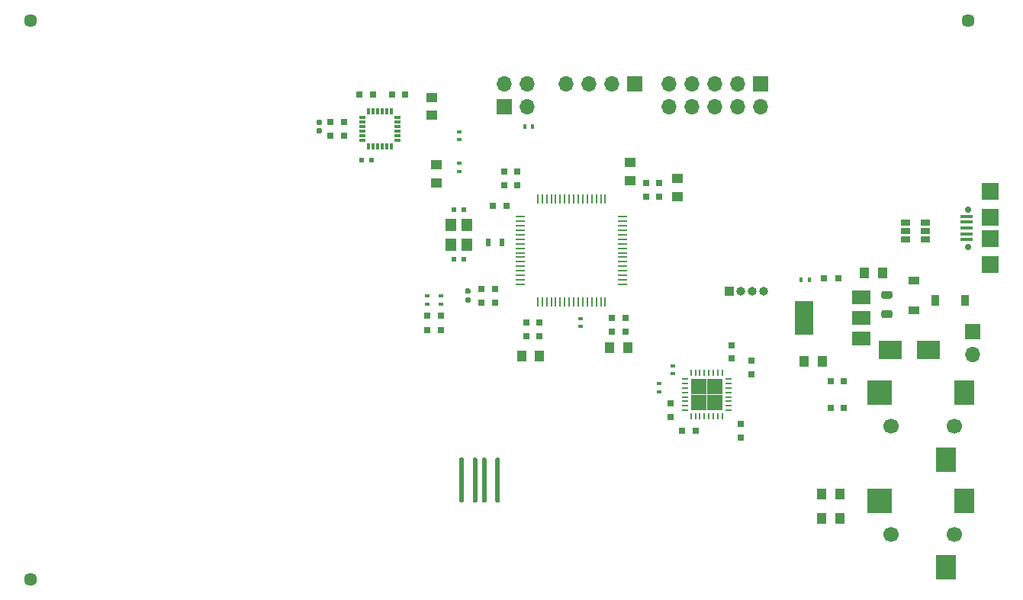
<source format=gbr>
%TF.GenerationSoftware,KiCad,Pcbnew,(5.1.9-0-10_14)*%
%TF.CreationDate,2021-02-23T19:53:59+01:00*%
%TF.ProjectId,codec_breakot,636f6465-635f-4627-9265-616b6f742e6b,rev?*%
%TF.SameCoordinates,Original*%
%TF.FileFunction,Soldermask,Top*%
%TF.FilePolarity,Negative*%
%FSLAX46Y46*%
G04 Gerber Fmt 4.6, Leading zero omitted, Abs format (unit mm)*
G04 Created by KiCad (PCBNEW (5.1.9-0-10_14)) date 2021-02-23 19:53:59*
%MOMM*%
%LPD*%
G01*
G04 APERTURE LIST*
%ADD10C,1.448000*%
%ADD11R,0.300000X0.800000*%
%ADD12R,0.800000X0.300000*%
%ADD13C,0.700000*%
%ADD14R,1.350000X0.400000*%
%ADD15R,1.900000X1.900000*%
%ADD16R,1.000000X1.000000*%
%ADD17O,1.000000X1.000000*%
%ADD18R,1.250000X1.000000*%
%ADD19R,1.060000X0.650000*%
%ADD20R,1.700000X1.700000*%
%ADD21O,1.700000X1.700000*%
%ADD22R,0.750000X0.800000*%
%ADD23R,0.800000X0.750000*%
%ADD24R,2.000000X3.800000*%
%ADD25R,2.000000X1.500000*%
%ADD26R,1.000000X0.250000*%
%ADD27R,0.250000X1.000000*%
%ADD28R,0.500000X0.900000*%
%ADD29R,0.600000X0.400000*%
%ADD30R,0.400000X0.600000*%
%ADD31C,1.700000*%
%ADD32R,2.800000X2.800000*%
%ADD33R,2.200000X2.800000*%
%ADD34R,1.200000X1.400000*%
%ADD35R,2.650000X2.030000*%
%ADD36R,0.800000X0.800000*%
%ADD37R,1.200000X0.900000*%
%ADD38R,0.900000X1.200000*%
%ADD39R,0.600000X0.500000*%
%ADD40R,1.000000X1.250000*%
%ADD41R,0.700000X0.250000*%
%ADD42R,0.250000X0.700000*%
%ADD43R,1.725000X1.725000*%
G04 APERTURE END LIST*
D10*
%TO.C,TOOLING HOLE*%
X92000000Y-110000000D03*
%TD*%
%TO.C,TOOLING HOLE*%
X92000000Y-48000000D03*
%TD*%
%TO.C,TOOLING HOLE*%
X196000000Y-48000000D03*
%TD*%
D11*
%TO.C,U1*%
X132000000Y-61950000D03*
X131500000Y-61950000D03*
X131000000Y-61950000D03*
X130500000Y-61950000D03*
X130000000Y-61950000D03*
X129500000Y-61950000D03*
D12*
X128800000Y-61250000D03*
X128800000Y-60750000D03*
X128800000Y-60250000D03*
X128800000Y-59750000D03*
X128800000Y-59250000D03*
X128800000Y-58750000D03*
D11*
X129500000Y-58050000D03*
X130000000Y-58050000D03*
X130500000Y-58050000D03*
X131000000Y-58050000D03*
X131500000Y-58050000D03*
X132000000Y-58050000D03*
D12*
X132700000Y-58750000D03*
X132700000Y-59250000D03*
X132700000Y-59750000D03*
X132700000Y-60250000D03*
X132700000Y-60750000D03*
X132700000Y-61250000D03*
%TD*%
D13*
%TO.C,J5*%
X196050000Y-68925000D03*
D14*
X195825000Y-69700000D03*
X195825000Y-70350000D03*
X195825000Y-71000000D03*
X195825000Y-71650000D03*
D15*
X198500000Y-66950000D03*
X198500000Y-69800000D03*
X198500000Y-75050000D03*
X198500000Y-72200000D03*
D14*
X195825000Y-72300000D03*
D13*
X196050000Y-73075000D03*
%TD*%
D16*
%TO.C,J9*%
X169500000Y-78000000D03*
D17*
X170770000Y-78000000D03*
X172040000Y-78000000D03*
X173310000Y-78000000D03*
%TD*%
D18*
%TO.C,C35*%
X163750000Y-67500000D03*
X163750000Y-65500000D03*
%TD*%
%TO.C,C34*%
X137000000Y-66000000D03*
X137000000Y-64000000D03*
%TD*%
%TO.C,C33*%
X136500000Y-56500000D03*
X136500000Y-58500000D03*
%TD*%
D19*
%TO.C,U5*%
X191300000Y-72275000D03*
X191300000Y-71325000D03*
X191300000Y-70375000D03*
X189100000Y-70375000D03*
X189100000Y-72275000D03*
X189100000Y-71325000D03*
%TD*%
D20*
%TO.C,J6*%
X173000000Y-55000000D03*
D21*
X173000000Y-57540000D03*
X170460000Y-55000000D03*
X170460000Y-57540000D03*
X167920000Y-55000000D03*
X167920000Y-57540000D03*
X165380000Y-55000000D03*
X165380000Y-57540000D03*
X162840000Y-55000000D03*
X162840000Y-57540000D03*
%TD*%
%TO.C,L2*%
G36*
G01*
X124172500Y-59560000D02*
X123827500Y-59560000D01*
G75*
G02*
X123680000Y-59412500I0J147500D01*
G01*
X123680000Y-59117500D01*
G75*
G02*
X123827500Y-58970000I147500J0D01*
G01*
X124172500Y-58970000D01*
G75*
G02*
X124320000Y-59117500I0J-147500D01*
G01*
X124320000Y-59412500D01*
G75*
G02*
X124172500Y-59560000I-147500J0D01*
G01*
G37*
G36*
G01*
X124172500Y-60530000D02*
X123827500Y-60530000D01*
G75*
G02*
X123680000Y-60382500I0J147500D01*
G01*
X123680000Y-60087500D01*
G75*
G02*
X123827500Y-59940000I147500J0D01*
G01*
X124172500Y-59940000D01*
G75*
G02*
X124320000Y-60087500I0J-147500D01*
G01*
X124320000Y-60382500D01*
G75*
G02*
X124172500Y-60530000I-147500J0D01*
G01*
G37*
%TD*%
%TO.C,L1*%
G36*
G01*
X140672500Y-78310000D02*
X140327500Y-78310000D01*
G75*
G02*
X140180000Y-78162500I0J147500D01*
G01*
X140180000Y-77867500D01*
G75*
G02*
X140327500Y-77720000I147500J0D01*
G01*
X140672500Y-77720000D01*
G75*
G02*
X140820000Y-77867500I0J-147500D01*
G01*
X140820000Y-78162500D01*
G75*
G02*
X140672500Y-78310000I-147500J0D01*
G01*
G37*
G36*
G01*
X140672500Y-79280000D02*
X140327500Y-79280000D01*
G75*
G02*
X140180000Y-79132500I0J147500D01*
G01*
X140180000Y-78837500D01*
G75*
G02*
X140327500Y-78690000I147500J0D01*
G01*
X140672500Y-78690000D01*
G75*
G02*
X140820000Y-78837500I0J-147500D01*
G01*
X140820000Y-79132500D01*
G75*
G02*
X140672500Y-79280000I-147500J0D01*
G01*
G37*
%TD*%
D22*
%TO.C,C27*%
X163000000Y-90500000D03*
X163000000Y-92000000D03*
%TD*%
%TO.C,C26*%
X169750000Y-85500000D03*
X169750000Y-84000000D03*
%TD*%
D23*
%TO.C,C1*%
X133550000Y-56200000D03*
X132050000Y-56200000D03*
%TD*%
D24*
%TO.C,U3*%
X177850000Y-81000000D03*
D25*
X184150000Y-81000000D03*
X184150000Y-78700000D03*
X184150000Y-83300000D03*
%TD*%
D26*
%TO.C,U2*%
X146300000Y-69750000D03*
X146300000Y-70250000D03*
X146300000Y-70750000D03*
X146300000Y-71250000D03*
X146300000Y-71750000D03*
X146300000Y-72250000D03*
X146300000Y-72750000D03*
X146300000Y-73250000D03*
X146300000Y-73750000D03*
X146300000Y-74250000D03*
X146300000Y-74750000D03*
X146300000Y-75250000D03*
X146300000Y-75750000D03*
X146300000Y-76250000D03*
X146300000Y-76750000D03*
X146300000Y-77250000D03*
D27*
X148250000Y-79200000D03*
X148750000Y-79200000D03*
X149250000Y-79200000D03*
X149750000Y-79200000D03*
X150250000Y-79200000D03*
X150750000Y-79200000D03*
X151250000Y-79200000D03*
X151750000Y-79200000D03*
X152250000Y-79200000D03*
X152750000Y-79200000D03*
X153250000Y-79200000D03*
X153750000Y-79200000D03*
X154250000Y-79200000D03*
X154750000Y-79200000D03*
X155250000Y-79200000D03*
X155750000Y-79200000D03*
D26*
X157700000Y-77250000D03*
X157700000Y-76750000D03*
X157700000Y-76250000D03*
X157700000Y-75750000D03*
X157700000Y-75250000D03*
X157700000Y-74750000D03*
X157700000Y-74250000D03*
X157700000Y-73750000D03*
X157700000Y-73250000D03*
X157700000Y-72750000D03*
X157700000Y-72250000D03*
X157700000Y-71750000D03*
X157700000Y-71250000D03*
X157700000Y-70750000D03*
X157700000Y-70250000D03*
X157700000Y-69750000D03*
D27*
X155750000Y-67800000D03*
X155250000Y-67800000D03*
X154750000Y-67800000D03*
X154250000Y-67800000D03*
X153750000Y-67800000D03*
X153250000Y-67800000D03*
X152750000Y-67800000D03*
X152250000Y-67800000D03*
X151750000Y-67800000D03*
X151250000Y-67800000D03*
X150750000Y-67800000D03*
X150250000Y-67800000D03*
X149750000Y-67800000D03*
X149250000Y-67800000D03*
X148750000Y-67800000D03*
X148250000Y-67800000D03*
%TD*%
D28*
%TO.C,R10*%
X142750000Y-72600000D03*
X144250000Y-72600000D03*
%TD*%
D29*
%TO.C,R9*%
X161750000Y-89200000D03*
X161750000Y-88300000D03*
%TD*%
%TO.C,R8*%
X163250000Y-86300000D03*
X163250000Y-87200000D03*
%TD*%
D30*
%TO.C,R7*%
X177500000Y-76750000D03*
X178400000Y-76750000D03*
%TD*%
D29*
%TO.C,R6*%
X136000000Y-79450000D03*
X136000000Y-78550000D03*
%TD*%
%TO.C,R5*%
X137500000Y-79450000D03*
X137500000Y-78550000D03*
%TD*%
%TO.C,R4*%
X139500000Y-64700000D03*
X139500000Y-63800000D03*
%TD*%
%TO.C,R3*%
X139500000Y-60300000D03*
X139500000Y-61200000D03*
%TD*%
%TO.C,R2*%
X153000000Y-81950000D03*
X153000000Y-81050000D03*
%TD*%
D30*
%TO.C,R1*%
X147700000Y-59750000D03*
X146800000Y-59750000D03*
%TD*%
D31*
%TO.C,J8*%
X187500000Y-93000000D03*
X194500000Y-93000000D03*
D32*
X186200000Y-89300000D03*
D33*
X195600000Y-89300000D03*
X193600000Y-96700000D03*
%TD*%
D31*
%TO.C,J7*%
X187500000Y-105000000D03*
X194500000Y-105000000D03*
D32*
X186200000Y-101300000D03*
D33*
X195600000Y-101300000D03*
X193600000Y-108700000D03*
%TD*%
D20*
%TO.C,J4*%
X196500000Y-82500000D03*
D21*
X196500000Y-85040000D03*
%TD*%
%TO.C,J3*%
G36*
G01*
X142050000Y-101375000D02*
X142050000Y-96625000D01*
G75*
G02*
X142175000Y-96500000I125000J0D01*
G01*
X142425000Y-96500000D01*
G75*
G02*
X142550000Y-96625000I0J-125000D01*
G01*
X142550000Y-101375000D01*
G75*
G02*
X142425000Y-101500000I-125000J0D01*
G01*
X142175000Y-101500000D01*
G75*
G02*
X142050000Y-101375000I0J125000D01*
G01*
G37*
G36*
G01*
X141050000Y-101375000D02*
X141050000Y-96625000D01*
G75*
G02*
X141175000Y-96500000I125000J0D01*
G01*
X141425000Y-96500000D01*
G75*
G02*
X141550000Y-96625000I0J-125000D01*
G01*
X141550000Y-101375000D01*
G75*
G02*
X141425000Y-101500000I-125000J0D01*
G01*
X141175000Y-101500000D01*
G75*
G02*
X141050000Y-101375000I0J125000D01*
G01*
G37*
G36*
G01*
X139550000Y-101375000D02*
X139550000Y-96625000D01*
G75*
G02*
X139675000Y-96500000I125000J0D01*
G01*
X139925000Y-96500000D01*
G75*
G02*
X140050000Y-96625000I0J-125000D01*
G01*
X140050000Y-101375000D01*
G75*
G02*
X139925000Y-101500000I-125000J0D01*
G01*
X139675000Y-101500000D01*
G75*
G02*
X139550000Y-101375000I0J125000D01*
G01*
G37*
G36*
G01*
X143550000Y-101375000D02*
X143550000Y-96625000D01*
G75*
G02*
X143675000Y-96500000I125000J0D01*
G01*
X143925000Y-96500000D01*
G75*
G02*
X144050000Y-96625000I0J-125000D01*
G01*
X144050000Y-101375000D01*
G75*
G02*
X143925000Y-101500000I-125000J0D01*
G01*
X143675000Y-101500000D01*
G75*
G02*
X143550000Y-101375000I0J125000D01*
G01*
G37*
%TD*%
D20*
%TO.C,J2*%
X144500000Y-57500000D03*
D21*
X144500000Y-54960000D03*
X147040000Y-57500000D03*
X147040000Y-54960000D03*
%TD*%
D20*
%TO.C,J1*%
X159000000Y-55000000D03*
D21*
X156460000Y-55000000D03*
X153920000Y-55000000D03*
X151380000Y-55000000D03*
%TD*%
D34*
%TO.C,HSE1*%
X138650000Y-70650000D03*
X138650000Y-72850000D03*
X140350000Y-72850000D03*
X140350000Y-70650000D03*
%TD*%
%TO.C,FB3*%
G36*
G01*
X187381250Y-78875000D02*
X186618750Y-78875000D01*
G75*
G02*
X186400000Y-78656250I0J218750D01*
G01*
X186400000Y-78218750D01*
G75*
G02*
X186618750Y-78000000I218750J0D01*
G01*
X187381250Y-78000000D01*
G75*
G02*
X187600000Y-78218750I0J-218750D01*
G01*
X187600000Y-78656250D01*
G75*
G02*
X187381250Y-78875000I-218750J0D01*
G01*
G37*
G36*
G01*
X187381250Y-81000000D02*
X186618750Y-81000000D01*
G75*
G02*
X186400000Y-80781250I0J218750D01*
G01*
X186400000Y-80343750D01*
G75*
G02*
X186618750Y-80125000I218750J0D01*
G01*
X187381250Y-80125000D01*
G75*
G02*
X187600000Y-80343750I0J-218750D01*
G01*
X187600000Y-80781250D01*
G75*
G02*
X187381250Y-81000000I-218750J0D01*
G01*
G37*
%TD*%
D35*
%TO.C,F1*%
X191590000Y-84500000D03*
X187410000Y-84500000D03*
%TD*%
D36*
%TO.C,D5*%
X180000000Y-76600000D03*
X181600000Y-76600000D03*
%TD*%
D37*
%TO.C,D4*%
X190000000Y-80150000D03*
X190000000Y-76850000D03*
%TD*%
D38*
%TO.C,D3*%
X192350000Y-79000000D03*
X195650000Y-79000000D03*
%TD*%
D36*
%TO.C,D2*%
X136000000Y-80700000D03*
X136000000Y-82300000D03*
%TD*%
%TO.C,D1*%
X137500000Y-80700000D03*
X137500000Y-82300000D03*
%TD*%
D22*
%TO.C,C32*%
X170750000Y-92750000D03*
X170750000Y-94250000D03*
%TD*%
D23*
%TO.C,C31*%
X165750000Y-93500000D03*
X164250000Y-93500000D03*
%TD*%
D39*
%TO.C,C30*%
X140050000Y-74500000D03*
X138950000Y-74500000D03*
%TD*%
D22*
%TO.C,C29*%
X172000000Y-87250000D03*
X172000000Y-85750000D03*
%TD*%
D39*
%TO.C,C28*%
X138950000Y-69000000D03*
X140050000Y-69000000D03*
%TD*%
D40*
%TO.C,C25*%
X181750000Y-103250000D03*
X179750000Y-103250000D03*
%TD*%
%TO.C,C24*%
X181750000Y-100500000D03*
X179750000Y-100500000D03*
%TD*%
D23*
%TO.C,C23*%
X146950000Y-83000000D03*
X148450000Y-83000000D03*
%TD*%
%TO.C,C22*%
X182250000Y-88000000D03*
X180750000Y-88000000D03*
%TD*%
%TO.C,C21*%
X182250000Y-91000000D03*
X180750000Y-91000000D03*
%TD*%
%TO.C,C20*%
X158000000Y-82500000D03*
X156500000Y-82500000D03*
%TD*%
D22*
%TO.C,C19*%
X146000000Y-64750000D03*
X146000000Y-66250000D03*
%TD*%
%TO.C,C18*%
X161750000Y-66000000D03*
X161750000Y-67500000D03*
%TD*%
D40*
%TO.C,C17*%
X177800000Y-85800000D03*
X179800000Y-85800000D03*
%TD*%
D23*
%TO.C,C16*%
X146950000Y-81500000D03*
X148450000Y-81500000D03*
%TD*%
%TO.C,C15*%
X158000000Y-81000000D03*
X156500000Y-81000000D03*
%TD*%
D22*
%TO.C,C14*%
X160250000Y-66000000D03*
X160250000Y-67500000D03*
%TD*%
D40*
%TO.C,C13*%
X186500000Y-76000000D03*
X184500000Y-76000000D03*
%TD*%
D22*
%TO.C,C12*%
X144500000Y-64750000D03*
X144500000Y-66250000D03*
%TD*%
D23*
%TO.C,C11*%
X143250000Y-68500000D03*
X144750000Y-68500000D03*
%TD*%
D40*
%TO.C,C10*%
X148450000Y-85250000D03*
X146450000Y-85250000D03*
%TD*%
D18*
%TO.C,C9*%
X158500000Y-65750000D03*
X158500000Y-63750000D03*
%TD*%
D39*
%TO.C,C8*%
X129800000Y-63500000D03*
X128700000Y-63500000D03*
%TD*%
D40*
%TO.C,C7*%
X156250000Y-84250000D03*
X158250000Y-84250000D03*
%TD*%
D23*
%TO.C,C6*%
X128450000Y-56200000D03*
X129950000Y-56200000D03*
%TD*%
D22*
%TO.C,C5*%
X125250000Y-60750000D03*
X125250000Y-59250000D03*
%TD*%
%TO.C,C4*%
X126750000Y-60750000D03*
X126750000Y-59250000D03*
%TD*%
%TO.C,C3*%
X143500000Y-79250000D03*
X143500000Y-77750000D03*
%TD*%
%TO.C,C2*%
X142000000Y-79250000D03*
X142000000Y-77750000D03*
%TD*%
D41*
%TO.C,U4*%
X169400000Y-91250000D03*
X169400000Y-90750000D03*
X169400000Y-90250000D03*
X169400000Y-89750000D03*
X169400000Y-89250000D03*
X169400000Y-88750000D03*
X169400000Y-88250000D03*
X169400000Y-87750000D03*
D42*
X168750000Y-87100000D03*
X168250000Y-87100000D03*
X167750000Y-87100000D03*
X167250000Y-87100000D03*
X166750000Y-87100000D03*
X166250000Y-87100000D03*
X165750000Y-87100000D03*
X165250000Y-87100000D03*
D41*
X164600000Y-87750000D03*
X164600000Y-88250000D03*
X164600000Y-88750000D03*
X164600000Y-89250000D03*
X164600000Y-89750000D03*
X164600000Y-90250000D03*
X164600000Y-90750000D03*
X164600000Y-91250000D03*
D42*
X165250000Y-91900000D03*
X165750000Y-91900000D03*
X166250000Y-91900000D03*
X166750000Y-91900000D03*
X167250000Y-91900000D03*
X167750000Y-91900000D03*
X168250000Y-91900000D03*
X168750000Y-91900000D03*
D43*
X166137500Y-88637500D03*
X166137500Y-90362500D03*
X167862500Y-88637500D03*
X167862500Y-90362500D03*
%TD*%
M02*

</source>
